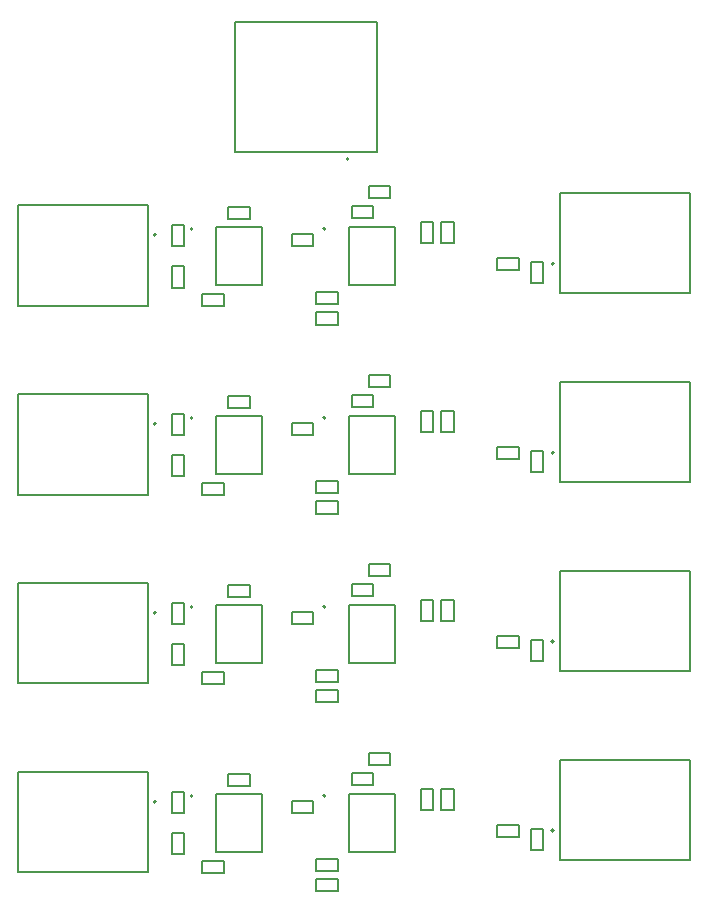
<source format=gbr>
G04*
G04 #@! TF.GenerationSoftware,Altium Limited,Altium Designer,25.1.2 (22)*
G04*
G04 Layer_Color=16711935*
%FSLAX25Y25*%
%MOIN*%
G70*
G04*
G04 #@! TF.SameCoordinates,A5DCB332-85D3-4D93-9494-DFC79FD2F11A*
G04*
G04*
G04 #@! TF.FilePolarity,Positive*
G04*
G01*
G75*
%ADD10C,0.00787*%
%ADD11C,0.00500*%
D10*
X118209Y279134D02*
G03*
X118209Y279134I-394J0D01*
G01*
X110472Y192933D02*
G03*
X110472Y192933I-394J0D01*
G01*
X66260Y66811D02*
G03*
X66260Y66811I-394J0D01*
G01*
Y129803D02*
G03*
X66260Y129803I-394J0D01*
G01*
X110472Y129941D02*
G03*
X110472Y129941I-394J0D01*
G01*
X66260Y192795D02*
G03*
X66260Y192795I-394J0D01*
G01*
X110472Y66949D02*
G03*
X110472Y66949I-394J0D01*
G01*
X53937Y190945D02*
G03*
X53937Y190945I-394J0D01*
G01*
Y253937D02*
G03*
X53937Y253937I-394J0D01*
G01*
X110472Y255925D02*
G03*
X110472Y255925I-394J0D01*
G01*
X66260Y255787D02*
G03*
X66260Y255787I-394J0D01*
G01*
X186614Y244291D02*
G03*
X186614Y244291I-394J0D01*
G01*
Y181299D02*
G03*
X186614Y181299I-394J0D01*
G01*
X53937Y127953D02*
G03*
X53937Y127953I-394J0D01*
G01*
X186614Y118307D02*
G03*
X186614Y118307I-394J0D01*
G01*
X53937Y64961D02*
G03*
X53937Y64961I-394J0D01*
G01*
X186614Y55315D02*
G03*
X186614Y55315I-394J0D01*
G01*
D11*
X174902Y242284D02*
Y246299D01*
X167815Y242284D02*
Y246299D01*
Y242284D02*
X174902D01*
X167815Y246299D02*
X174902D01*
X127657Y281496D02*
Y324803D01*
X80413Y281496D02*
X127657D01*
X80413D02*
Y324803D01*
X127657D01*
X133661Y174203D02*
Y193514D01*
X118307Y174203D02*
Y193514D01*
Y174203D02*
X133661D01*
X118307Y193514D02*
X133661D01*
X178996Y55905D02*
X183012D01*
X178996Y48819D02*
X183012D01*
Y55905D01*
X178996Y48819D02*
Y55905D01*
X132087Y77126D02*
Y81142D01*
X125000Y77126D02*
Y81142D01*
Y77126D02*
X132087D01*
X125000Y81142D02*
X132087D01*
X99213Y61279D02*
Y65295D01*
X106299Y61279D02*
Y65295D01*
X99213D02*
X106299D01*
X99213Y61279D02*
X106299D01*
X78150Y70039D02*
Y74055D01*
X85236Y70039D02*
Y74055D01*
X78150D02*
X85236D01*
X78150Y70039D02*
X85236D01*
X89449Y48081D02*
Y67392D01*
X74094Y48081D02*
Y67392D01*
Y48081D02*
X89449D01*
X74094Y67392D02*
X89449D01*
X59409Y124016D02*
X63425D01*
X59409Y131102D02*
X63425D01*
X59409Y124016D02*
Y131102D01*
X63425Y124016D02*
Y131102D01*
X89449Y111073D02*
Y130384D01*
X74094Y111073D02*
Y130384D01*
Y111073D02*
X89449D01*
X74094Y130384D02*
X89449D01*
X78150Y133031D02*
Y137047D01*
X85236Y133031D02*
Y137047D01*
X78150D02*
X85236D01*
X78150Y133031D02*
X85236D01*
X99213Y124272D02*
Y128287D01*
X106299Y124272D02*
Y128287D01*
X99213D02*
X106299D01*
X99213Y124272D02*
X106299D01*
X133661Y111211D02*
Y130522D01*
X118307Y111211D02*
Y130522D01*
Y111211D02*
X133661D01*
X118307Y130522D02*
X133661D01*
X119193Y133425D02*
Y137441D01*
X126279Y133425D02*
Y137441D01*
X119193D02*
X126279D01*
X119193Y133425D02*
X126279D01*
X132087Y140118D02*
Y144134D01*
X125000Y140118D02*
Y144134D01*
Y140118D02*
X132087D01*
X125000Y144134D02*
X132087D01*
X78150Y196024D02*
Y200039D01*
X85236Y196024D02*
Y200039D01*
X78150D02*
X85236D01*
X78150Y196024D02*
X85236D01*
X59409Y187008D02*
X63425D01*
X59409Y194095D02*
X63425D01*
X59409Y187008D02*
Y194095D01*
X63425Y187008D02*
Y194095D01*
X89449Y174065D02*
Y193376D01*
X74094Y174065D02*
Y193376D01*
Y174065D02*
X89449D01*
X74094Y193376D02*
X89449D01*
X99213Y187264D02*
Y191279D01*
X106299Y187264D02*
Y191279D01*
X99213D02*
X106299D01*
X99213Y187264D02*
X106299D01*
X119193Y196417D02*
Y200433D01*
X126279Y196417D02*
Y200433D01*
X119193D02*
X126279D01*
X119193Y196417D02*
X126279D01*
X132087Y203110D02*
Y207126D01*
X125000Y203110D02*
Y207126D01*
Y203110D02*
X132087D01*
X125000Y207126D02*
X132087D01*
X178996Y181890D02*
X183012D01*
X178996Y174803D02*
X183012D01*
Y181890D01*
X178996Y174803D02*
Y181890D01*
X78150Y259016D02*
Y263032D01*
X85236Y259016D02*
Y263032D01*
X78150D02*
X85236D01*
X78150Y259016D02*
X85236D01*
X142480Y69291D02*
X146496D01*
X142480Y62205D02*
X146496D01*
Y69291D01*
X142480Y62205D02*
Y69291D01*
X149173D02*
X153189D01*
X149173Y62205D02*
X153189D01*
Y69291D01*
X149173Y62205D02*
Y69291D01*
X178996Y118898D02*
X183012D01*
X178996Y111811D02*
X183012D01*
Y118898D01*
X178996Y111811D02*
Y118898D01*
X174902Y53307D02*
Y57323D01*
X167815Y53307D02*
Y57323D01*
Y53307D02*
X174902D01*
X167815Y57323D02*
X174902D01*
X119193Y70433D02*
Y74449D01*
X126279Y70433D02*
Y74449D01*
X119193D02*
X126279D01*
X119193Y70433D02*
X126279D01*
X133661Y48219D02*
Y67529D01*
X118307Y48219D02*
Y67529D01*
Y48219D02*
X133661D01*
X118307Y67529D02*
X133661D01*
X107480Y35000D02*
Y39016D01*
X114567Y35000D02*
Y39016D01*
X107480D02*
X114567D01*
X107480Y35000D02*
X114567D01*
X107480Y41693D02*
Y45709D01*
X114567Y41693D02*
Y45709D01*
X107480D02*
X114567D01*
X107480Y41693D02*
X114567D01*
X76575Y41299D02*
Y45315D01*
X69488Y41299D02*
Y45315D01*
Y41299D02*
X76575D01*
X69488Y45315D02*
X76575D01*
X59409Y47343D02*
X63425D01*
X59409Y54429D02*
X63425D01*
X59409Y47343D02*
Y54429D01*
X63425Y47343D02*
Y54429D01*
X59409Y61024D02*
X63425D01*
X59409Y68110D02*
X63425D01*
X59409Y61024D02*
Y68110D01*
X63425Y61024D02*
Y68110D01*
X174902Y116299D02*
Y120315D01*
X167815Y116299D02*
Y120315D01*
Y116299D02*
X174902D01*
X167815Y120315D02*
X174902D01*
X149173Y132283D02*
X153189D01*
X149173Y125197D02*
X153189D01*
Y132283D01*
X149173Y125197D02*
Y132283D01*
X142480D02*
X146496D01*
X142480Y125197D02*
X146496D01*
Y132283D01*
X142480Y125197D02*
Y132283D01*
X107480Y97992D02*
Y102008D01*
X114567Y97992D02*
Y102008D01*
X107480D02*
X114567D01*
X107480Y97992D02*
X114567D01*
X107480Y104685D02*
Y108701D01*
X114567Y104685D02*
Y108701D01*
X107480D02*
X114567D01*
X107480Y104685D02*
X114567D01*
X76575Y104291D02*
Y108307D01*
X69488Y104291D02*
Y108307D01*
Y104291D02*
X76575D01*
X69488Y108307D02*
X76575D01*
X59409Y110335D02*
X63425D01*
X59409Y117421D02*
X63425D01*
X59409Y110335D02*
Y117421D01*
X63425Y110335D02*
Y117421D01*
X7874Y200787D02*
X51181D01*
Y167323D02*
Y200787D01*
X7874Y167323D02*
X51181D01*
X7874D02*
Y200787D01*
X174902Y179291D02*
Y183307D01*
X167815Y179291D02*
Y183307D01*
Y179291D02*
X174902D01*
X167815Y183307D02*
X174902D01*
X149173Y195276D02*
X153189D01*
X149173Y188189D02*
X153189D01*
Y195276D01*
X149173Y188189D02*
Y195276D01*
X142480D02*
X146496D01*
X142480Y188189D02*
X146496D01*
Y195276D01*
X142480Y188189D02*
Y195276D01*
X107480Y160984D02*
Y165000D01*
X114567Y160984D02*
Y165000D01*
X107480D02*
X114567D01*
X107480Y160984D02*
X114567D01*
X107480Y167677D02*
Y171693D01*
X114567Y167677D02*
Y171693D01*
X107480D02*
X114567D01*
X107480Y167677D02*
X114567D01*
X76575Y167283D02*
Y171299D01*
X69488Y167283D02*
Y171299D01*
Y167283D02*
X76575D01*
X69488Y171299D02*
X76575D01*
X59409Y173327D02*
X63425D01*
X59409Y180413D02*
X63425D01*
X59409Y173327D02*
Y180413D01*
X63425Y173327D02*
Y180413D01*
X59409Y250000D02*
X63425D01*
X59409Y257087D02*
X63425D01*
X59409Y250000D02*
Y257087D01*
X63425Y250000D02*
Y257087D01*
X7874Y263779D02*
X51181D01*
Y230315D02*
Y263779D01*
X7874Y230315D02*
X51181D01*
X7874D02*
Y263779D01*
X133661Y237195D02*
Y256506D01*
X118307Y237195D02*
Y256506D01*
Y237195D02*
X133661D01*
X118307Y256506D02*
X133661D01*
X119193Y259409D02*
Y263425D01*
X126279Y259409D02*
Y263425D01*
X119193D02*
X126279D01*
X119193Y259409D02*
X126279D01*
X132087Y266102D02*
Y270118D01*
X125000Y266102D02*
Y270118D01*
Y266102D02*
X132087D01*
X125000Y270118D02*
X132087D01*
X178996Y244882D02*
X183012D01*
X178996Y237795D02*
X183012D01*
Y244882D01*
X178996Y237795D02*
Y244882D01*
X149173Y258268D02*
X153189D01*
X149173Y251181D02*
X153189D01*
Y258268D01*
X149173Y251181D02*
Y258268D01*
X142480D02*
X146496D01*
X142480Y251181D02*
X146496D01*
Y258268D01*
X142480Y251181D02*
Y258268D01*
X107480Y223976D02*
Y227992D01*
X114567Y223976D02*
Y227992D01*
X107480D02*
X114567D01*
X107480Y223976D02*
X114567D01*
X107480Y230669D02*
Y234685D01*
X114567Y230669D02*
Y234685D01*
X107480D02*
X114567D01*
X107480Y230669D02*
X114567D01*
X76575Y230276D02*
Y234291D01*
X69488Y230276D02*
Y234291D01*
Y230276D02*
X76575D01*
X69488Y234291D02*
X76575D01*
X99213Y250256D02*
Y254272D01*
X106299Y250256D02*
Y254272D01*
X99213D02*
X106299D01*
X99213Y250256D02*
X106299D01*
X89449Y237057D02*
Y256368D01*
X74094Y237057D02*
Y256368D01*
Y237057D02*
X89449D01*
X74094Y256368D02*
X89449D01*
X59409Y236319D02*
X63425D01*
X59409Y243406D02*
X63425D01*
X59409Y236319D02*
Y243406D01*
X63425Y236319D02*
Y243406D01*
X188583Y234449D02*
X231890D01*
X188583D02*
Y267913D01*
X231890D01*
Y234449D02*
Y267913D01*
X188583Y171457D02*
X231890D01*
X188583D02*
Y204921D01*
X231890D01*
Y171457D02*
Y204921D01*
X7874Y137795D02*
X51181D01*
Y104331D02*
Y137795D01*
X7874Y104331D02*
X51181D01*
X7874D02*
Y137795D01*
X188583Y108465D02*
X231890D01*
X188583D02*
Y141929D01*
X231890D01*
Y108465D02*
Y141929D01*
X7874Y74803D02*
X51181D01*
Y41339D02*
Y74803D01*
X7874Y41339D02*
X51181D01*
X7874D02*
Y74803D01*
X188583Y45472D02*
X231890D01*
X188583D02*
Y78937D01*
X231890D01*
Y45472D02*
Y78937D01*
M02*

</source>
